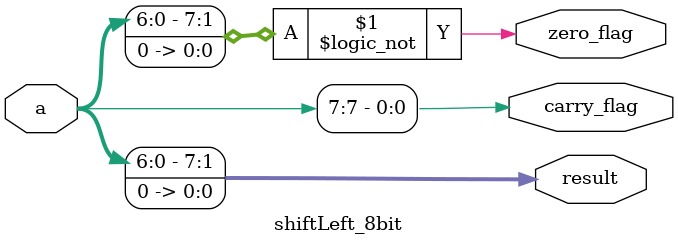
<source format=sv>
module shiftLeft_8bit(
  input logic [7:0] a,
  output logic [7:0] result,
  output logic zero_flag,
  output logic carry_flag
);

	assign result[0] = 1'b0;
  assign result[1] = a[0];
  assign result[2] = a[1];
  assign result[3] = a[2];
  assign result[4] = a[3];
  assign result[5] = a[4];
  assign result[6] = a[5];
  assign result[7] = a[6];

  // Set zero flag
  assign zero_flag = (result == 8'b00000000);

  // Set carry flag based on the value of the MSB of input 'a'
  assign carry_flag = (a[7] == 1'b1);

endmodule
</source>
